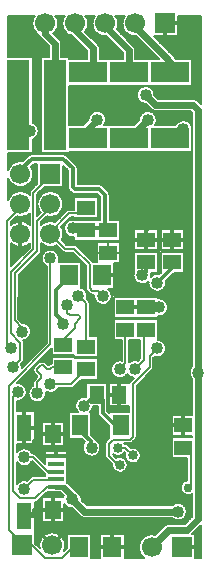
<source format=gbl>
G04 DipTrace Beta 2.3.5.2*
%INIoDriverRevC.gbl*%
%MOIN*%
%ADD13C,0.022*%
%ADD15C,0.0061*%
%ADD16C,0.0118*%
%ADD17C,0.013*%
%ADD18C,0.0157*%
%ADD19C,0.0079*%
%ADD21R,0.0591X0.0512*%
%ADD22R,0.0512X0.0591*%
%ADD23R,0.063X0.0709*%
%ADD25R,0.0551X0.0709*%
%ADD26R,0.0669X0.0669*%
%ADD27C,0.0669*%
%ADD31R,0.0748X0.2992*%
%ADD32R,0.126X0.0709*%
%ADD39R,0.0531X0.0157*%
%ADD40R,0.0551X0.063*%
%ADD41R,0.0512X0.0906*%
%ADD43C,0.04*%
%ADD45C,0.0295*%
%ADD47C,0.0335*%
%FSLAX44Y44*%
G04*
G70*
G90*
G75*
G01*
%LNBottom*%
%LPD*%
X8253Y18128D2*
D13*
X8878Y18753D1*
X8253Y20333D2*
Y21065D1*
X7457Y21861D1*
Y21961D1*
X4753Y7503D2*
D15*
X5065D1*
X5565Y7003D1*
X5803D1*
X5815Y7014D1*
X4753Y6440D2*
X5065Y6753D1*
X5809D1*
X5815Y6759D1*
X4628Y14940D2*
Y14565D1*
X4503Y14315D1*
X6878Y18128D2*
D13*
Y18441D1*
X7190Y18753D1*
X6878Y20333D2*
X7065D1*
Y21127D1*
X6457Y21736D1*
Y21961D1*
X5628Y16940D2*
D15*
Y16878D1*
X5065Y16315D1*
Y14440D1*
X4315Y13690D1*
Y11628D1*
X4628Y11315D1*
Y10753D1*
X4378Y10503D1*
X4628Y15940D2*
Y15815D1*
X4190Y15378D1*
Y11253D1*
X4315Y11128D1*
X10065Y7817D2*
X10315D1*
Y6489D1*
X10213D1*
X4940Y18378D2*
D13*
X4628D1*
Y19173D1*
X4565Y19236D1*
X5785D2*
Y21283D1*
X5457Y21611D1*
Y21961D1*
X8128Y11753D2*
D15*
Y10628D1*
X7937Y10437D1*
X8378Y7563D2*
X8126Y7815D1*
X7878D1*
X5628Y15940D2*
Y15815D1*
X5190Y15378D1*
Y14377D1*
X4440Y13627D1*
Y12065D1*
X4690Y11815D1*
Y11690D1*
X8815Y11753D2*
X8753D1*
Y10753D1*
X8440Y10440D1*
X6588Y4503D2*
X6378D1*
X6003Y4128D1*
X5440D1*
X5003Y4565D1*
X4690D1*
Y4628D1*
X4253Y5065D1*
Y9887D1*
X5628Y11262D1*
Y14127D1*
X6065Y11253D2*
X5878D1*
X6440Y11815D1*
Y11940D1*
X6628Y12128D1*
Y12190D1*
X6586Y12232D1*
X6273D1*
X6190Y12315D1*
Y12565D1*
X6815Y11190D2*
Y12628D1*
X6565Y12878D1*
X5878Y10565D2*
X5940Y10503D1*
Y10440D1*
X6003Y10378D1*
Y10315D1*
X6065Y10378D1*
Y10505D1*
X5190Y9628D2*
Y10003D1*
X5315Y10128D1*
Y10253D1*
X5190Y10378D1*
Y10440D1*
X5315Y10565D1*
X5378D1*
X5503Y10440D1*
X5628D1*
X5692Y10505D1*
X6065D1*
X6253Y13564D2*
D17*
Y13503D1*
X5815Y13065D1*
Y12253D1*
X6003Y12065D1*
X5940D1*
X6065Y11940D1*
X5815Y6503D2*
D18*
X5940D1*
X5815D2*
D15*
X5503D1*
X5128Y6128D1*
X4628D1*
X4378Y6378D1*
Y9516D1*
X4544Y9682D1*
X6347Y6095D2*
D13*
X6754Y5688D1*
X9884D1*
X6347Y6095D2*
X6323D1*
Y6245D1*
X6095Y6473D1*
D18*
X6075D1*
X6045Y6503D1*
X5815D1*
X6815Y15066D2*
D17*
Y15127D1*
X6378D1*
X8815Y14005D2*
Y13690D1*
X8690Y13565D1*
X7177Y9591D2*
Y9646D1*
X6752Y9221D1*
X9003Y4503D2*
D13*
X9565Y5065D1*
X10190D1*
X10565Y5440D1*
Y10317D1*
Y19066D1*
X10378Y19253D1*
X9128D1*
X8801Y19579D1*
X8128Y12501D2*
D17*
X8815D1*
D15*
X9253Y12503D1*
X4628Y16940D2*
D17*
Y17065D1*
X5003Y17440D1*
X6065D1*
X6378Y17128D1*
Y16503D1*
X6441Y16439D1*
X7253D1*
X7440Y16252D1*
Y15189D1*
X7379Y15128D1*
X6877D1*
X6815Y15066D1*
X7966Y8565D2*
X7782D1*
X7366Y8981D1*
Y9402D1*
X7177Y9591D1*
X7440Y15189D2*
X7565Y15064D1*
X10065Y18440D2*
D13*
X9939D1*
X9628Y18128D1*
Y20333D2*
Y20690D1*
X8457Y21861D1*
Y21961D1*
X9690Y14003D2*
D17*
Y13815D1*
X9190Y13315D1*
X7940Y7251D2*
D15*
X7878D1*
X7579Y7550D1*
Y7952D1*
X7714Y8087D1*
X8275D1*
X8378Y8190D1*
Y9940D1*
X8940Y10503D1*
Y10878D1*
X9190Y11128D1*
X6815Y15814D2*
Y15628D1*
X6254D1*
X5566Y14940D1*
X5628D1*
X6117Y14451D1*
X6429D1*
X6940Y13939D1*
Y13126D1*
X7017Y13049D1*
X7206D1*
X7378Y12878D1*
X5628Y9940D2*
X6313D1*
X6815Y10442D1*
X6628Y8565D2*
D17*
Y8389D1*
X6981Y8036D1*
Y7835D1*
X7000Y7816D1*
D43*
X8878Y18753D3*
X4753Y7503D3*
Y6440D3*
X4503Y14315D3*
X7190Y18753D3*
X4378Y10503D3*
X4315Y11128D3*
D45*
X10213Y6489D3*
D43*
X4940Y18378D3*
X7937Y10437D3*
D47*
X8378Y7563D3*
X7878Y7815D3*
D3*
D43*
X4690Y11690D3*
X8440Y10440D3*
X5628Y14127D3*
X6190Y12565D3*
X6565Y12878D3*
X5190Y9628D3*
X6065Y11940D3*
X4544Y9682D3*
X6347Y6095D3*
X9884Y5688D3*
X6347Y6095D3*
X6378Y15127D3*
X8690Y13565D3*
X6752Y9221D3*
X8801Y19579D3*
X9253Y12503D3*
X10565Y10317D3*
X10065Y18440D3*
X9190Y13315D3*
D47*
X7940Y7251D3*
D43*
X9190Y11128D3*
X7378Y12878D3*
X5628Y9940D3*
X7000Y7816D3*
X9440Y7003D3*
X8940D3*
Y6565D3*
X9440D3*
X8807Y5190D3*
X6503Y7938D3*
X8128Y15253D3*
X8878D3*
X5190Y7940D3*
X7440Y11190D3*
X7378Y11878D3*
X8065Y13190D3*
X7440Y10440D3*
X5190Y5626D3*
X4690Y7001D3*
X9008Y8103D3*
X7378Y16814D3*
X8690Y21002D3*
X7628D3*
X6628D3*
X4815Y21065D3*
D47*
X6977Y6997D3*
X4752Y12376D3*
X4227Y22162D2*
D15*
X5071D1*
X5843D2*
X6071D1*
X6843D2*
X7071D1*
X7842D2*
X8071D1*
X9892D2*
X10653D1*
X4227Y22102D2*
X5045D1*
X5868D2*
X6045D1*
X6868D2*
X7045D1*
X7868D2*
X8045D1*
X9892D2*
X10653D1*
X4227Y22042D2*
X5029D1*
X5885D2*
X6029D1*
X6885D2*
X7029D1*
X7885D2*
X8029D1*
X9892D2*
X10653D1*
X4227Y21982D2*
X5022D1*
X5892D2*
X6022D1*
X6891D2*
X7022D1*
X7891D2*
X8022D1*
X9892D2*
X10653D1*
X4227Y21921D2*
X5023D1*
X5891D2*
X6023D1*
X6890D2*
X7023D1*
X7890D2*
X8023D1*
X9892D2*
X10653D1*
X4227Y21861D2*
X5034D1*
X5880D2*
X6034D1*
X6880D2*
X7034D1*
X7880D2*
X8034D1*
X9892D2*
X10653D1*
X4227Y21801D2*
X5053D1*
X5861D2*
X6053D1*
X6861D2*
X7053D1*
X7861D2*
X8053D1*
X9892D2*
X10653D1*
X4227Y21741D2*
X5083D1*
X5831D2*
X6083D1*
X6831D2*
X7083D1*
X7872D2*
X8083D1*
X9892D2*
X10653D1*
X4227Y21681D2*
X5126D1*
X5788D2*
X6126D1*
X6807D2*
X7126D1*
X7933D2*
X8126D1*
X9892D2*
X10653D1*
X4227Y21621D2*
X5189D1*
X5743D2*
X6189D1*
X6867D2*
X7189D1*
X7992D2*
X8189D1*
X9892D2*
X10653D1*
X4227Y21561D2*
X5253D1*
X5803D2*
X6297D1*
X6927D2*
X7297D1*
X8053D2*
X8297D1*
X9892D2*
X10653D1*
X4227Y21501D2*
X5278D1*
X5863D2*
X6396D1*
X6987D2*
X7521D1*
X8112D2*
X8521D1*
X9113D2*
X10653D1*
X4227Y21441D2*
X5332D1*
X5923D2*
X6456D1*
X7048D2*
X7582D1*
X8173D2*
X8582D1*
X9173D2*
X10653D1*
X4227Y21380D2*
X5392D1*
X5971D2*
X6516D1*
X7107D2*
X7641D1*
X8233D2*
X8642D1*
X9233D2*
X10653D1*
X4227Y21320D2*
X5452D1*
X5992D2*
X6577D1*
X7168D2*
X7702D1*
X8293D2*
X8702D1*
X9292D2*
X10653D1*
X4227Y21260D2*
X5513D1*
X5996D2*
X6636D1*
X7227D2*
X7762D1*
X8353D2*
X8762D1*
X9353D2*
X10653D1*
X4227Y21200D2*
X5572D1*
X5996D2*
X6697D1*
X7263D2*
X7822D1*
X8413D2*
X8822D1*
X9413D2*
X10653D1*
X4227Y21140D2*
X5574D1*
X5996D2*
X6757D1*
X7275D2*
X7882D1*
X8449D2*
X8882D1*
X9473D2*
X10653D1*
X4227Y21080D2*
X5574D1*
X5996D2*
X6817D1*
X7276D2*
X7942D1*
X8462D2*
X8942D1*
X9533D2*
X10653D1*
X4227Y21020D2*
X5574D1*
X5996D2*
X6854D1*
X7276D2*
X8002D1*
X8463D2*
X9002D1*
X9594D2*
X10653D1*
X4227Y20960D2*
X5574D1*
X5996D2*
X6854D1*
X7276D2*
X8041D1*
X8463D2*
X9062D1*
X9653D2*
X10653D1*
X4227Y20900D2*
X5574D1*
X5996D2*
X6854D1*
X7276D2*
X8041D1*
X8463D2*
X9123D1*
X9714D2*
X10653D1*
X4227Y20840D2*
X5574D1*
X5996D2*
X6854D1*
X7276D2*
X8041D1*
X8463D2*
X9182D1*
X9774D2*
X10653D1*
X5039Y20779D2*
X5310D1*
X10358D2*
X10653D1*
X5039Y20719D2*
X5310D1*
X10358D2*
X10653D1*
X5039Y20659D2*
X5310D1*
X10358D2*
X10653D1*
X5039Y20599D2*
X5310D1*
X10358D2*
X10653D1*
X5039Y20539D2*
X5310D1*
X10358D2*
X10653D1*
X5039Y20479D2*
X5310D1*
X10358D2*
X10653D1*
X5039Y20419D2*
X5310D1*
X10358D2*
X10653D1*
X5039Y20359D2*
X5310D1*
X10358D2*
X10653D1*
X5039Y20299D2*
X5310D1*
X10358D2*
X10653D1*
X5039Y20238D2*
X5310D1*
X10358D2*
X10653D1*
X5039Y20178D2*
X5310D1*
X10358D2*
X10653D1*
X5039Y20118D2*
X5310D1*
X10358D2*
X10653D1*
X5039Y20058D2*
X5310D1*
X10358D2*
X10653D1*
X5039Y19998D2*
X5310D1*
X10358D2*
X10653D1*
X5039Y19938D2*
X5310D1*
X10358D2*
X10653D1*
X5039Y19878D2*
X5310D1*
X6260D2*
X10653D1*
X5039Y19818D2*
X5310D1*
X6260D2*
X8622D1*
X8981D2*
X10653D1*
X5039Y19758D2*
X5310D1*
X6260D2*
X8560D1*
X9042D2*
X10653D1*
X5039Y19698D2*
X5310D1*
X6260D2*
X8525D1*
X9078D2*
X10653D1*
X5039Y19637D2*
X5310D1*
X6260D2*
X8507D1*
X9096D2*
X10653D1*
X5039Y19577D2*
X5310D1*
X6260D2*
X8501D1*
X9102D2*
X10653D1*
X5039Y19517D2*
X5310D1*
X6260D2*
X8508D1*
X9159D2*
X10653D1*
X5039Y19457D2*
X5310D1*
X6260D2*
X8527D1*
X10400D2*
X10653D1*
X5039Y19397D2*
X5310D1*
X6260D2*
X8564D1*
X10529D2*
X10653D1*
X5039Y19337D2*
X5310D1*
X6260D2*
X8628D1*
X10589D2*
X10653D1*
X5039Y19277D2*
X5310D1*
X6260D2*
X8808D1*
X5039Y19217D2*
X5310D1*
X6260D2*
X8869D1*
X5039Y19157D2*
X5310D1*
X6260D2*
X8928D1*
X5039Y19096D2*
X5310D1*
X6260D2*
X8989D1*
X5039Y19036D2*
X5310D1*
X6260D2*
X7104D1*
X7276D2*
X8791D1*
X8964D2*
X10298D1*
X5039Y18976D2*
X5310D1*
X6260D2*
X6991D1*
X7389D2*
X8679D1*
X9076D2*
X10354D1*
X5039Y18916D2*
X5310D1*
X6260D2*
X6939D1*
X7441D2*
X8626D1*
X9128D2*
X10354D1*
X5039Y18856D2*
X5310D1*
X6260D2*
X6908D1*
X7472D2*
X8595D1*
X9159D2*
X10354D1*
X5039Y18796D2*
X5310D1*
X6260D2*
X6893D1*
X7487D2*
X8580D1*
X9175D2*
X10354D1*
X5039Y18736D2*
X5310D1*
X6260D2*
X6877D1*
X7490D2*
X8564D1*
X9177D2*
X10354D1*
X5039Y18676D2*
X5310D1*
X6260D2*
X6817D1*
X7481D2*
X8505D1*
X9168D2*
X9884D1*
X10247D2*
X10354D1*
X5120Y18616D2*
X5310D1*
X6260D2*
X6757D1*
X7457D2*
X8444D1*
X9144D2*
X9823D1*
X10308D2*
X10354D1*
X5181Y18556D2*
X5310D1*
X5216Y18495D2*
X5310D1*
X5235Y18435D2*
X5310D1*
X5241Y18375D2*
X5310D1*
X5234Y18315D2*
X5310D1*
X5214Y18255D2*
X5310D1*
X5178Y18195D2*
X5310D1*
X5113Y18135D2*
X5310D1*
X5039Y18075D2*
X5310D1*
X5039Y18015D2*
X5310D1*
X5039Y17955D2*
X5310D1*
X5039Y17894D2*
X5310D1*
X5039Y17834D2*
X5310D1*
X5039Y17774D2*
X5310D1*
X5039Y17714D2*
X5310D1*
X5039Y17654D2*
X5310D1*
X6260D2*
X10354D1*
X4227Y17594D2*
X4954D1*
X6113D2*
X10354D1*
X4227Y17534D2*
X4865D1*
X6203D2*
X10354D1*
X4227Y17474D2*
X4804D1*
X6263D2*
X10354D1*
X4227Y17414D2*
X4745D1*
X6323D2*
X10354D1*
X4227Y17353D2*
X4506D1*
X6384D2*
X10354D1*
X4227Y17293D2*
X4377D1*
X6443D2*
X10354D1*
X4227Y17233D2*
X4308D1*
X5027D2*
X5192D1*
X6503D2*
X10354D1*
X4227Y17173D2*
X4261D1*
X4994D2*
X5192D1*
X6063D2*
X6101D1*
X6536D2*
X10354D1*
X5027Y17113D2*
X5192D1*
X6063D2*
X6160D1*
X6543D2*
X10354D1*
X5048Y17053D2*
X5192D1*
X6063D2*
X6212D1*
X6543D2*
X10354D1*
X5060Y16993D2*
X5192D1*
X6063D2*
X6212D1*
X6543D2*
X10354D1*
X5062Y16933D2*
X5192D1*
X6063D2*
X6212D1*
X6543D2*
X10354D1*
X5058Y16873D2*
X5192D1*
X6063D2*
X6212D1*
X6543D2*
X10354D1*
X5043Y16813D2*
X5192D1*
X6063D2*
X6212D1*
X6543D2*
X10354D1*
X5019Y16752D2*
X5192D1*
X6063D2*
X6212D1*
X6543D2*
X10354D1*
X4227Y16692D2*
X4271D1*
X4984D2*
X5192D1*
X6063D2*
X6212D1*
X6543D2*
X10354D1*
X4227Y16632D2*
X4323D1*
X4933D2*
X5192D1*
X6063D2*
X6212D1*
X6543D2*
X10354D1*
X4227Y16572D2*
X4401D1*
X4854D2*
X5139D1*
X6063D2*
X6212D1*
X7347D2*
X10354D1*
X4227Y16512D2*
X4593D1*
X4662D2*
X5079D1*
X6063D2*
X6212D1*
X7412D2*
X10354D1*
X4227Y16452D2*
X5018D1*
X5385D2*
X6221D1*
X7472D2*
X10354D1*
X4227Y16392D2*
X4960D1*
X5325D2*
X6257D1*
X7532D2*
X10354D1*
X4227Y16332D2*
X4446D1*
X4809D2*
X4935D1*
X5265D2*
X5445D1*
X5809D2*
X6317D1*
X7584D2*
X10354D1*
X4227Y16272D2*
X4349D1*
X4906D2*
X4935D1*
X5204D2*
X5349D1*
X5906D2*
X7189D1*
X7604D2*
X10354D1*
X4227Y16211D2*
X4289D1*
X5197D2*
X5289D1*
X5966D2*
X7249D1*
X7605D2*
X10354D1*
X4227Y16151D2*
X4248D1*
X5197D2*
X5248D1*
X6008D2*
X6420D1*
X7211D2*
X7275D1*
X7605D2*
X10354D1*
X5197Y16091D2*
X5219D1*
X6035D2*
X6420D1*
X7211D2*
X7275D1*
X7605D2*
X10354D1*
X6053Y16031D2*
X6420D1*
X7211D2*
X7275D1*
X7605D2*
X10354D1*
X6061Y15971D2*
X6420D1*
X7211D2*
X7275D1*
X7605D2*
X10354D1*
X6062Y15911D2*
X6420D1*
X7211D2*
X7275D1*
X7605D2*
X10354D1*
X6054Y15851D2*
X6420D1*
X7211D2*
X7275D1*
X7605D2*
X10354D1*
X5197Y15791D2*
X5219D1*
X6036D2*
X6420D1*
X7211D2*
X7275D1*
X7605D2*
X10354D1*
X5197Y15731D2*
X5247D1*
X6009D2*
X6176D1*
X7211D2*
X7275D1*
X7605D2*
X10354D1*
X5197Y15671D2*
X5288D1*
X5967D2*
X6113D1*
X7211D2*
X7275D1*
X7605D2*
X10354D1*
X4909Y15610D2*
X4934D1*
X5197D2*
X5240D1*
X5909D2*
X6053D1*
X7211D2*
X7275D1*
X7605D2*
X10354D1*
X4813Y15550D2*
X4934D1*
X5813D2*
X5993D1*
X7211D2*
X7275D1*
X7605D2*
X10354D1*
X4486Y15490D2*
X4934D1*
X5486D2*
X5933D1*
X6299D2*
X6420D1*
X7211D2*
X7275D1*
X7605D2*
X10354D1*
X4426Y15430D2*
X4934D1*
X5426D2*
X5873D1*
X6239D2*
X7275D1*
X7605D2*
X10354D1*
X4366Y15370D2*
X4934D1*
X5366D2*
X5813D1*
X6179D2*
X6206D1*
X7961D2*
X10354D1*
X4322Y15310D2*
X4403D1*
X4851D2*
X4934D1*
X5321D2*
X5404D1*
X6119D2*
X6141D1*
X7961D2*
X10354D1*
X6058Y15250D2*
X6104D1*
X7961D2*
X10354D1*
X5999Y15190D2*
X6084D1*
X7961D2*
X10354D1*
X6019Y15130D2*
X6077D1*
X7961D2*
X10354D1*
X6043Y15069D2*
X6083D1*
X7961D2*
X8419D1*
X9211D2*
X9295D1*
X10086D2*
X10354D1*
X6058Y15009D2*
X6102D1*
X7961D2*
X8419D1*
X9211D2*
X9295D1*
X10086D2*
X10354D1*
X6062Y14949D2*
X6136D1*
X7961D2*
X8419D1*
X9211D2*
X9295D1*
X10086D2*
X10354D1*
X6059Y14889D2*
X6198D1*
X7961D2*
X8419D1*
X9211D2*
X9295D1*
X10086D2*
X10354D1*
X6048Y14829D2*
X6420D1*
X7961D2*
X8419D1*
X9211D2*
X9295D1*
X10086D2*
X10354D1*
X6027Y14769D2*
X6420D1*
X7961D2*
X8419D1*
X9211D2*
X9295D1*
X10086D2*
X10354D1*
X6042Y14709D2*
X8419D1*
X9211D2*
X9295D1*
X10086D2*
X10354D1*
X6103Y14649D2*
X7169D1*
X7961D2*
X8419D1*
X9211D2*
X9295D1*
X10086D2*
X10354D1*
X4322Y14589D2*
X4375D1*
X4880D2*
X4934D1*
X5321D2*
X5375D1*
X6162D2*
X7169D1*
X7961D2*
X8419D1*
X9211D2*
X9295D1*
X10086D2*
X10354D1*
X4322Y14529D2*
X4500D1*
X4755D2*
X4934D1*
X5321D2*
X5500D1*
X5755D2*
X5856D1*
X6534D2*
X7169D1*
X7961D2*
X8419D1*
X9211D2*
X9295D1*
X10086D2*
X10354D1*
X4322Y14468D2*
X4910D1*
X5321D2*
X5917D1*
X6594D2*
X7169D1*
X7961D2*
X8419D1*
X9211D2*
X9295D1*
X10086D2*
X10354D1*
X4322Y14408D2*
X4850D1*
X5321D2*
X5536D1*
X5720D2*
X5976D1*
X6654D2*
X7169D1*
X7961D2*
X8419D1*
X9211D2*
X9295D1*
X10086D2*
X10354D1*
X4322Y14348D2*
X4790D1*
X5319D2*
X5427D1*
X5827D2*
X6039D1*
X6714D2*
X7169D1*
X7961D2*
X8419D1*
X9211D2*
X9295D1*
X10086D2*
X10354D1*
X4322Y14288D2*
X4730D1*
X5285D2*
X5375D1*
X5880D2*
X6408D1*
X6774D2*
X7169D1*
X7961D2*
X8419D1*
X9211D2*
X9295D1*
X10086D2*
X10354D1*
X4322Y14228D2*
X4670D1*
X5225D2*
X5345D1*
X5910D2*
X6468D1*
X6835D2*
X7169D1*
X7961D2*
X8419D1*
X9211D2*
X9295D1*
X10086D2*
X10354D1*
X4322Y14168D2*
X4610D1*
X5164D2*
X5330D1*
X5925D2*
X6528D1*
X6894D2*
X7169D1*
X7961D2*
X8419D1*
X9211D2*
X9295D1*
X10086D2*
X10354D1*
X4322Y14108D2*
X4549D1*
X5105D2*
X5327D1*
X5928D2*
X6588D1*
X6955D2*
X7169D1*
X7961D2*
X8419D1*
X9211D2*
X9295D1*
X10086D2*
X10354D1*
X4322Y14048D2*
X4490D1*
X5044D2*
X5338D1*
X5917D2*
X6649D1*
X7014D2*
X7169D1*
X7961D2*
X8419D1*
X9211D2*
X9295D1*
X10086D2*
X10354D1*
X4322Y13988D2*
X4429D1*
X4984D2*
X5362D1*
X6668D2*
X6708D1*
X7961D2*
X8419D1*
X9211D2*
X9295D1*
X10086D2*
X10354D1*
X4322Y13927D2*
X4370D1*
X4924D2*
X5404D1*
X6668D2*
X6769D1*
X7770D2*
X8419D1*
X9211D2*
X9295D1*
X10086D2*
X10354D1*
X4864Y13867D2*
X5482D1*
X6668D2*
X6809D1*
X7770D2*
X8419D1*
X9211D2*
X9295D1*
X10086D2*
X10354D1*
X4804Y13807D2*
X5496D1*
X6668D2*
X6809D1*
X7770D2*
X8419D1*
X9211D2*
X9295D1*
X10086D2*
X10354D1*
X4744Y13747D2*
X5496D1*
X6668D2*
X6809D1*
X7770D2*
X8419D1*
X9211D2*
X9295D1*
X10086D2*
X10354D1*
X4683Y13687D2*
X5496D1*
X6668D2*
X6809D1*
X7770D2*
X8416D1*
X9211D2*
X9295D1*
X10086D2*
X10354D1*
X4624Y13627D2*
X5496D1*
X6668D2*
X6809D1*
X7770D2*
X8396D1*
X8984D2*
X9271D1*
X9734D2*
X10354D1*
X4571Y13567D2*
X5496D1*
X6668D2*
X6809D1*
X7770D2*
X8390D1*
X8991D2*
X9032D1*
X9673D2*
X10354D1*
X4571Y13507D2*
X5496D1*
X6668D2*
X6809D1*
X7770D2*
X8395D1*
X9613D2*
X10354D1*
X4571Y13447D2*
X5496D1*
X6668D2*
X6809D1*
X7770D2*
X8415D1*
X9554D2*
X10354D1*
X4571Y13387D2*
X5496D1*
X6668D2*
X6809D1*
X7770D2*
X8450D1*
X9493D2*
X10354D1*
X4571Y13326D2*
X5496D1*
X6668D2*
X6809D1*
X7770D2*
X8512D1*
X8868D2*
X8889D1*
X9490D2*
X10354D1*
X4571Y13266D2*
X5496D1*
X6668D2*
X6809D1*
X7770D2*
X8893D1*
X9486D2*
X10354D1*
X4571Y13206D2*
X5496D1*
X6668D2*
X6809D1*
X7770D2*
X8911D1*
X9470D2*
X10354D1*
X4571Y13146D2*
X5496D1*
X6692D2*
X6809D1*
X7770D2*
X8943D1*
X9437D2*
X10354D1*
X4571Y13086D2*
X5496D1*
X6779D2*
X6815D1*
X7592D2*
X8999D1*
X9381D2*
X10354D1*
X4571Y13026D2*
X5496D1*
X6825D2*
X6858D1*
X7638D2*
X9129D1*
X9251D2*
X10354D1*
X4571Y12966D2*
X5496D1*
X6852D2*
X6918D1*
X7665D2*
X10354D1*
X4571Y12906D2*
X5496D1*
X6865D2*
X7079D1*
X7676D2*
X10354D1*
X4571Y12846D2*
X5496D1*
X6864D2*
X7079D1*
X7676D2*
X7731D1*
X9211D2*
X10354D1*
X4571Y12785D2*
X5496D1*
X6851D2*
X7092D1*
X7663D2*
X7731D1*
X9340D2*
X10354D1*
X4571Y12725D2*
X5496D1*
X6901D2*
X7119D1*
X7636D2*
X7731D1*
X9452D2*
X10354D1*
X4571Y12665D2*
X5496D1*
X6940D2*
X7168D1*
X7588D2*
X7731D1*
X9505D2*
X10354D1*
X4571Y12605D2*
X5496D1*
X6946D2*
X7260D1*
X7495D2*
X7731D1*
X9535D2*
X10354D1*
X4571Y12545D2*
X5496D1*
X6946D2*
X7731D1*
X9551D2*
X10354D1*
X4571Y12485D2*
X5496D1*
X6946D2*
X7731D1*
X9553D2*
X10354D1*
X4571Y12425D2*
X5496D1*
X6946D2*
X7731D1*
X9543D2*
X10354D1*
X4571Y12365D2*
X5496D1*
X6946D2*
X7731D1*
X9519D2*
X10354D1*
X4571Y12305D2*
X5496D1*
X6946D2*
X7731D1*
X9477D2*
X10354D1*
X4571Y12245D2*
X5496D1*
X6946D2*
X7731D1*
X9400D2*
X10354D1*
X4571Y12184D2*
X5496D1*
X6946D2*
X7731D1*
X9211D2*
X10354D1*
X4571Y12124D2*
X5496D1*
X6946D2*
X10354D1*
X4624Y12064D2*
X5496D1*
X6946D2*
X7731D1*
X9211D2*
X10354D1*
X4684Y12004D2*
X5496D1*
X6946D2*
X7731D1*
X9211D2*
X10354D1*
X4845Y11944D2*
X5496D1*
X6946D2*
X7731D1*
X9211D2*
X10354D1*
X4918Y11884D2*
X5496D1*
X6946D2*
X7731D1*
X9211D2*
X10354D1*
X4959Y11824D2*
X5496D1*
X6946D2*
X7731D1*
X9211D2*
X10354D1*
X4982Y11764D2*
X5496D1*
X6946D2*
X7731D1*
X9211D2*
X10354D1*
X4990Y11704D2*
X5496D1*
X6946D2*
X7731D1*
X9211D2*
X10354D1*
X4987Y11643D2*
X5496D1*
X6946D2*
X7731D1*
X9211D2*
X10354D1*
X4970Y11583D2*
X5496D1*
X6946D2*
X7731D1*
X9211D2*
X10354D1*
X4939Y11523D2*
X5496D1*
X7211D2*
X7731D1*
X9211D2*
X10354D1*
X4884Y11463D2*
X5496D1*
X7211D2*
X7731D1*
X9211D2*
X10354D1*
X4762Y11403D2*
X5496D1*
X7211D2*
X7731D1*
X9300D2*
X10354D1*
X4756Y11343D2*
X5496D1*
X7211D2*
X7996D1*
X8259D2*
X8621D1*
X9397D2*
X10354D1*
X4759Y11283D2*
X5466D1*
X7211D2*
X7996D1*
X8259D2*
X8621D1*
X9447D2*
X10354D1*
X4759Y11223D2*
X5405D1*
X7211D2*
X7996D1*
X8259D2*
X8621D1*
X9475D2*
X10354D1*
X4759Y11163D2*
X5345D1*
X7211D2*
X7996D1*
X8259D2*
X8621D1*
X9488D2*
X10354D1*
X4759Y11103D2*
X5285D1*
X7211D2*
X7996D1*
X8259D2*
X8621D1*
X9489D2*
X10354D1*
X4759Y11042D2*
X5225D1*
X5591D2*
X5669D1*
X7211D2*
X7996D1*
X8259D2*
X8621D1*
X9478D2*
X10354D1*
X4759Y10982D2*
X5165D1*
X5531D2*
X5669D1*
X7211D2*
X7996D1*
X8259D2*
X8621D1*
X9453D2*
X10354D1*
X4759Y10922D2*
X5105D1*
X5471D2*
X5669D1*
X7211D2*
X7996D1*
X8259D2*
X8621D1*
X9408D2*
X10354D1*
X4759Y10862D2*
X5044D1*
X5411D2*
X6420D1*
X7211D2*
X7996D1*
X8259D2*
X8621D1*
X9323D2*
X10354D1*
X4759Y10802D2*
X4985D1*
X5351D2*
X5669D1*
X6461D2*
X7996D1*
X8259D2*
X8619D1*
X9072D2*
X10354D1*
X4758Y10742D2*
X4924D1*
X5291D2*
X5669D1*
X7211D2*
X7996D1*
X8259D2*
X8559D1*
X9072D2*
X10354D1*
X4737Y10682D2*
X4864D1*
X5230D2*
X5264D1*
X5429D2*
X5669D1*
X7211D2*
X7768D1*
X9072D2*
X10354D1*
X4679Y10622D2*
X4804D1*
X5504D2*
X5641D1*
X7211D2*
X7702D1*
X9072D2*
X10354D1*
X4673Y10562D2*
X4744D1*
X7211D2*
X7664D1*
X9072D2*
X10354D1*
X5050Y10501D2*
X5075D1*
X7211D2*
X7643D1*
X9072D2*
X10329D1*
X4990Y10441D2*
X5059D1*
X7211D2*
X7636D1*
X9055D2*
X10292D1*
X4930Y10381D2*
X5059D1*
X7211D2*
X7641D1*
X9002D2*
X10272D1*
X4869Y10321D2*
X5072D1*
X7211D2*
X7659D1*
X8942D2*
X10265D1*
X4810Y10261D2*
X5124D1*
X7211D2*
X7694D1*
X8179D2*
X8200D1*
X8882D2*
X10270D1*
X4750Y10201D2*
X5183D1*
X7211D2*
X7754D1*
X8119D2*
X8262D1*
X8821D2*
X10289D1*
X4690Y10141D2*
X5145D1*
X7211D2*
X8395D1*
X8762D2*
X10323D1*
X4630Y10081D2*
X5087D1*
X6637D2*
X8335D1*
X8701D2*
X10354D1*
X4569Y10021D2*
X5060D1*
X6577D2*
X8275D1*
X8641D2*
X10354D1*
X4645Y9961D2*
X5059D1*
X6516D2*
X6821D1*
X7533D2*
X7569D1*
X8581D2*
X10354D1*
X4747Y9900D2*
X5059D1*
X6457D2*
X6821D1*
X7533D2*
X7569D1*
X8521D2*
X10354D1*
X4798Y9840D2*
X4980D1*
X6394D2*
X6821D1*
X7533D2*
X7569D1*
X8509D2*
X10354D1*
X4827Y9780D2*
X4932D1*
X5881D2*
X6821D1*
X7533D2*
X7569D1*
X8509D2*
X10354D1*
X4842Y9720D2*
X4904D1*
X5829D2*
X6821D1*
X7533D2*
X7569D1*
X8509D2*
X10354D1*
X4844Y9660D2*
X4892D1*
X5489D2*
X5531D1*
X5725D2*
X6821D1*
X7533D2*
X7569D1*
X8509D2*
X10354D1*
X4832Y9600D2*
X4891D1*
X5489D2*
X6821D1*
X7533D2*
X7569D1*
X8509D2*
X10354D1*
X4808Y9540D2*
X4903D1*
X5477D2*
X6821D1*
X7533D2*
X7569D1*
X8509D2*
X10354D1*
X4764Y9480D2*
X4929D1*
X5451D2*
X6605D1*
X7533D2*
X7569D1*
X8509D2*
X10354D1*
X4683Y9420D2*
X4975D1*
X5405D2*
X6529D1*
X7533D2*
X7569D1*
X8509D2*
X10354D1*
X4509Y9359D2*
X5063D1*
X5318D2*
X6486D1*
X7533D2*
X7569D1*
X8509D2*
X10354D1*
X4509Y9299D2*
X6462D1*
X7533D2*
X7569D1*
X8509D2*
X10354D1*
X4509Y9239D2*
X6452D1*
X7533D2*
X7569D1*
X8509D2*
X10354D1*
X4509Y9179D2*
X6455D1*
X7050D2*
X7201D1*
X7532D2*
X8247D1*
X8509D2*
X10354D1*
X4509Y9119D2*
X6469D1*
X7034D2*
X7201D1*
X7532D2*
X8247D1*
X8509D2*
X10354D1*
X4509Y9059D2*
X6500D1*
X7004D2*
X7201D1*
X7532D2*
X8247D1*
X8509D2*
X10354D1*
X5118Y8999D2*
X6252D1*
X7004D2*
X7201D1*
X8509D2*
X10354D1*
X5118Y8939D2*
X6252D1*
X7004D2*
X7206D1*
X8509D2*
X10354D1*
X5118Y8879D2*
X6252D1*
X7004D2*
X7238D1*
X8509D2*
X9669D1*
X5118Y8819D2*
X6252D1*
X7004D2*
X7298D1*
X8509D2*
X9669D1*
X5118Y8758D2*
X6252D1*
X7004D2*
X7357D1*
X8509D2*
X9669D1*
X5118Y8698D2*
X6252D1*
X7004D2*
X7418D1*
X8509D2*
X9669D1*
X5118Y8638D2*
X5350D1*
X6103D2*
X6252D1*
X7004D2*
X7478D1*
X8509D2*
X9669D1*
X5118Y8578D2*
X5350D1*
X6103D2*
X6252D1*
X7004D2*
X7537D1*
X8509D2*
X9669D1*
X5118Y8518D2*
X5350D1*
X6103D2*
X6252D1*
X7004D2*
X7590D1*
X8509D2*
X9669D1*
X5118Y8458D2*
X5350D1*
X6103D2*
X6252D1*
X7004D2*
X7590D1*
X8509D2*
X9669D1*
X5118Y8398D2*
X5350D1*
X6103D2*
X6252D1*
X7004D2*
X7590D1*
X8509D2*
X9669D1*
X5118Y8338D2*
X5350D1*
X6103D2*
X6252D1*
X7004D2*
X7590D1*
X8509D2*
X9669D1*
X5118Y8278D2*
X5350D1*
X6103D2*
X6252D1*
X7004D2*
X7590D1*
X8509D2*
X9669D1*
X5118Y8217D2*
X5350D1*
X6103D2*
X6252D1*
X7031D2*
X7590D1*
X8509D2*
X9669D1*
X5118Y8157D2*
X5350D1*
X6103D2*
X6252D1*
X7091D2*
X7590D1*
X8505D2*
X9669D1*
X5118Y8097D2*
X5350D1*
X6103D2*
X6688D1*
X7134D2*
X7541D1*
X8468D2*
X9669D1*
X5118Y8037D2*
X5350D1*
X6103D2*
X6748D1*
X7200D2*
X7481D1*
X8408D2*
X9669D1*
X5118Y7977D2*
X5350D1*
X6103D2*
X6748D1*
X7252D2*
X7450D1*
X8341D2*
X9669D1*
X4509Y7917D2*
X5350D1*
X6103D2*
X6718D1*
X7283D2*
X7447D1*
X8205D2*
X9669D1*
X4509Y7857D2*
X6703D1*
X7298D2*
X7447D1*
X8268D2*
X9669D1*
X4509Y7797D2*
X4732D1*
X4774D2*
X6701D1*
X7300D2*
X7447D1*
X8503D2*
X9669D1*
X4509Y7737D2*
X4567D1*
X4938D2*
X6710D1*
X7290D2*
X7447D1*
X8580D2*
X9669D1*
X4996Y7677D2*
X5448D1*
X6181D2*
X6734D1*
X7266D2*
X7447D1*
X8620D2*
X9669D1*
X5124Y7616D2*
X5448D1*
X6181D2*
X6777D1*
X7224D2*
X7447D1*
X8055D2*
X8115D1*
X8640D2*
X9669D1*
X5195Y7556D2*
X5448D1*
X6181D2*
X6854D1*
X7146D2*
X7447D1*
X7755D2*
X7832D1*
X7923D2*
X8110D1*
X8646D2*
X9669D1*
X5254Y7496D2*
X5448D1*
X6181D2*
X7460D1*
X7816D2*
X7843D1*
X8037D2*
X8119D1*
X8637D2*
X9669D1*
X5315Y7436D2*
X5448D1*
X6181D2*
X7510D1*
X8613D2*
X10184D1*
X5375Y7376D2*
X5448D1*
X6181D2*
X7569D1*
X8567D2*
X10184D1*
X4987Y7316D2*
X5068D1*
X6181D2*
X7630D1*
X8200D2*
X8286D1*
X8469D2*
X10184D1*
X4509Y7256D2*
X4586D1*
X4919D2*
X5129D1*
X6181D2*
X7673D1*
X8208D2*
X10184D1*
X4509Y7196D2*
X5189D1*
X6181D2*
X7679D1*
X8202D2*
X10184D1*
X4509Y7136D2*
X5249D1*
X6181D2*
X7699D1*
X8181D2*
X10184D1*
X4509Y7075D2*
X5309D1*
X6181D2*
X7740D1*
X8141D2*
X10184D1*
X4509Y7015D2*
X5370D1*
X6181D2*
X7820D1*
X8060D2*
X10184D1*
X4509Y6955D2*
X5429D1*
X6181D2*
X10184D1*
X4509Y6895D2*
X5448D1*
X6181D2*
X10184D1*
X4509Y6835D2*
X4965D1*
X6181D2*
X10184D1*
X4509Y6775D2*
X4904D1*
X6181D2*
X10184D1*
X4509Y6715D2*
X4640D1*
X6181D2*
X10120D1*
X4509Y6655D2*
X4545D1*
X6195D2*
X10031D1*
X6269Y6595D2*
X9988D1*
X6329Y6535D2*
X9969D1*
X6389Y6474D2*
X9965D1*
X6449Y6414D2*
X9976D1*
X6510Y6354D2*
X10006D1*
X5477Y6294D2*
X5978D1*
X6570D2*
X10063D1*
X5417Y6234D2*
X6039D1*
X6629D2*
X10354D1*
X5357Y6174D2*
X6057D1*
X6668D2*
X10354D1*
X5297Y6114D2*
X5350D1*
X6682D2*
X10354D1*
X5237Y6054D2*
X5350D1*
X6684D2*
X10354D1*
X5118Y5994D2*
X5350D1*
X6744D2*
X10354D1*
X5118Y5934D2*
X5350D1*
X6804D2*
X9715D1*
X10053D2*
X10354D1*
X5118Y5873D2*
X5350D1*
X6103D2*
X6147D1*
X10119D2*
X10354D1*
X5118Y5813D2*
X5350D1*
X6103D2*
X6255D1*
X10156D2*
X10354D1*
X5118Y5753D2*
X5350D1*
X6103D2*
X6393D1*
X10177D2*
X10354D1*
X5118Y5693D2*
X5350D1*
X6103D2*
X6453D1*
X10184D2*
X10354D1*
X5118Y5633D2*
X5350D1*
X6103D2*
X6514D1*
X10179D2*
X10354D1*
X5118Y5573D2*
X5350D1*
X6103D2*
X6573D1*
X10161D2*
X10354D1*
X5118Y5513D2*
X5350D1*
X6103D2*
X6642D1*
X10126D2*
X10343D1*
X5118Y5453D2*
X5350D1*
X6103D2*
X9701D1*
X10066D2*
X10282D1*
X5118Y5393D2*
X5350D1*
X6103D2*
X10222D1*
X5118Y5332D2*
X10162D1*
X5118Y5272D2*
X10102D1*
X5118Y5212D2*
X9416D1*
X10633D2*
X10654D1*
X5118Y5152D2*
X9357D1*
X10573D2*
X10653D1*
X5118Y5092D2*
X9297D1*
X10512D2*
X10653D1*
X5118Y5032D2*
X9236D1*
X10453D2*
X10653D1*
X5126Y4972D2*
X5547D1*
X5833D2*
X9177D1*
X10392D2*
X10653D1*
X5126Y4912D2*
X5431D1*
X5949D2*
X6172D1*
X7004D2*
X7275D1*
X8105D2*
X8867D1*
X10438D2*
X10653D1*
X5126Y4852D2*
X5365D1*
X6015D2*
X6172D1*
X7004D2*
X7275D1*
X8105D2*
X8747D1*
X10438D2*
X10653D1*
X5126Y4792D2*
X5320D1*
X6060D2*
X6172D1*
X7004D2*
X7275D1*
X8105D2*
X8679D1*
X10438D2*
X10653D1*
X5126Y4731D2*
X5288D1*
X6092D2*
X6172D1*
X7004D2*
X7275D1*
X8105D2*
X8633D1*
X10438D2*
X10653D1*
X5126Y4671D2*
X5268D1*
X6112D2*
X6172D1*
X7004D2*
X7275D1*
X8105D2*
X8602D1*
X10438D2*
X10653D1*
X5140Y4611D2*
X5257D1*
X6123D2*
X6172D1*
X7004D2*
X7275D1*
X8105D2*
X8582D1*
X10438D2*
X10653D1*
X5200Y4551D2*
X5255D1*
X6125D2*
X6172D1*
X7004D2*
X7275D1*
X8105D2*
X8570D1*
X10438D2*
X10653D1*
X6119Y4491D2*
X6172D1*
X7004D2*
X7275D1*
X8105D2*
X8567D1*
X10438D2*
X10653D1*
X6104Y4431D2*
X6123D1*
X7004D2*
X7275D1*
X8105D2*
X8574D1*
X10438D2*
X10653D1*
X7004Y4371D2*
X7275D1*
X8105D2*
X8588D1*
X10438D2*
X10653D1*
X7004Y4311D2*
X7275D1*
X8105D2*
X8612D1*
X10438D2*
X10653D1*
X7004Y4251D2*
X7275D1*
X8105D2*
X8650D1*
X10438D2*
X10653D1*
X7004Y4190D2*
X7275D1*
X8105D2*
X8703D1*
X10438D2*
X10653D1*
X7205Y15415D2*
X7280D1*
X7281Y15711D1*
Y16186D1*
X7187Y16279D1*
X6441Y16280D1*
X6410Y16283D1*
X6381Y16291D1*
X6354Y16306D1*
X6328Y16327D1*
X6265Y16390D1*
X6245Y16414D1*
X6231Y16440D1*
X6222Y16470D1*
X6218Y16503D1*
Y17062D1*
X6057Y17223D1*
Y16511D1*
X5438D1*
X5190Y16263D1*
Y15554D1*
X5299Y15664D1*
X5265Y15710D1*
X5236Y15764D1*
X5215Y15822D1*
X5202Y15882D1*
X5198Y15943D1*
X5203Y16004D1*
X5217Y16064D1*
X5239Y16121D1*
X5268Y16175D1*
X5305Y16224D1*
X5349Y16267D1*
X5399Y16303D1*
X5453Y16332D1*
X5510Y16353D1*
X5570Y16366D1*
X5632Y16369D1*
X5693Y16364D1*
X5753Y16351D1*
X5810Y16329D1*
X5864Y16299D1*
X5912Y16261D1*
X5955Y16218D1*
X5991Y16168D1*
X6020Y16114D1*
X6041Y16056D1*
X6053Y15996D1*
X6057Y15940D1*
X6052Y15879D1*
X6039Y15819D1*
X6018Y15762D1*
X5988Y15708D1*
X5952Y15659D1*
X5908Y15615D1*
X5859Y15579D1*
X5805Y15549D1*
X5748Y15528D1*
X5688Y15515D1*
X5626Y15511D1*
X5565Y15516D1*
X5515Y15526D1*
X5315Y15326D1*
Y15235D1*
X5349Y15267D1*
X5399Y15303D1*
X5453Y15332D1*
X5510Y15353D1*
X5570Y15366D1*
X5632Y15369D1*
X5693Y15364D1*
X5753Y15351D1*
X5788Y15338D1*
X5955Y15506D1*
X6165Y15716D1*
X6189Y15735D1*
X6217Y15748D1*
X6254Y15753D1*
X6425D1*
Y16165D1*
X7205D1*
Y15464D1*
X6425D1*
Y15503D1*
X6306Y15502D1*
X5983Y15180D1*
X6007Y15141D1*
X6032Y15085D1*
X6048Y15026D1*
X6056Y14965D1*
Y14909D1*
X6047Y14849D1*
X6030Y14790D1*
X6006Y14738D1*
X6169Y14576D1*
X6429D1*
X6459Y14572D1*
X6488Y14561D1*
X6517Y14539D1*
X7037Y14018D1*
X7044Y14013D1*
X7176D1*
X7175Y14667D1*
X7955D1*
Y13966D1*
X7765D1*
Y13115D1*
X7552D1*
X7592Y13080D1*
X7611Y13057D1*
X7629Y13032D1*
X7643Y13005D1*
X7655Y12976D1*
X7664Y12947D1*
X7670Y12917D1*
X7672Y12878D1*
X7671Y12847D1*
X7666Y12817D1*
X7658Y12787D1*
X7647Y12758D1*
X7633Y12731D1*
X7616Y12705D1*
X7597Y12681D1*
X7576Y12660D1*
X7552Y12640D1*
X7526Y12623D1*
X7499Y12609D1*
X7470Y12598D1*
X7441Y12590D1*
X7410Y12585D1*
X7380Y12583D1*
X7349Y12584D1*
X7319Y12589D1*
X7289Y12597D1*
X7260Y12607D1*
X7233Y12621D1*
X7207Y12638D1*
X7183Y12657D1*
X7161Y12678D1*
X7141Y12702D1*
X7124Y12727D1*
X7110Y12755D1*
X7099Y12783D1*
X7090Y12813D1*
X7085Y12843D1*
X7083Y12873D1*
X7087Y12924D1*
X7017D1*
X6987Y12928D1*
X6958Y12939D1*
X6929Y12961D1*
X6852Y13038D1*
X6833Y13062D1*
X6820Y13090D1*
X6815Y13126D1*
Y13887D1*
X6377Y14325D1*
X6117D1*
X6087Y14329D1*
X6058Y14340D1*
X6029Y14362D1*
X5830Y14561D1*
X5777Y14538D1*
X5718Y14520D1*
X5657Y14512D1*
X5596D1*
X5535Y14521D1*
X5476Y14539D1*
X5420Y14564D1*
X5369Y14598D1*
X5323Y14638D1*
X5316Y14646D1*
X5315Y14377D1*
X5312Y14346D1*
X5301Y14318D1*
X5279Y14288D1*
X4566Y13575D1*
X4565Y12117D1*
X4697Y11985D1*
X4745Y11980D1*
X4775Y11972D1*
X4804Y11962D1*
X4831Y11949D1*
X4857Y11933D1*
X4882Y11914D1*
X4904Y11893D1*
X4924Y11869D1*
X4941Y11844D1*
X4956Y11817D1*
X4968Y11789D1*
X4977Y11759D1*
X4982Y11729D1*
X4985Y11690D1*
X4983Y11660D1*
X4978Y11629D1*
X4970Y11600D1*
X4960Y11571D1*
X4946Y11543D1*
X4929Y11518D1*
X4910Y11494D1*
X4888Y11472D1*
X4864Y11453D1*
X4839Y11436D1*
X4811Y11422D1*
X4783Y11411D1*
X4753Y11402D1*
X4722Y11397D1*
X4741Y11369D1*
X4750Y11340D1*
X4753Y11284D1*
Y10753D1*
X4749Y10722D1*
X4738Y10694D1*
X4716Y10664D1*
X4655Y10601D1*
X4664Y10572D1*
X4670Y10542D1*
X4672Y10503D1*
X4671Y10483D1*
X5503Y11314D1*
X5502Y11569D1*
Y13860D1*
X5457Y13887D1*
X5433Y13906D1*
X5411Y13927D1*
X5391Y13951D1*
X5374Y13976D1*
X5360Y14003D1*
X5349Y14032D1*
X5340Y14062D1*
X5335Y14092D1*
X5333Y14122D1*
X5334Y14153D1*
X5338Y14183D1*
X5346Y14213D1*
X5357Y14242D1*
X5370Y14270D1*
X5386Y14296D1*
X5405Y14320D1*
X5426Y14342D1*
X5450Y14362D1*
X5475Y14379D1*
X5502Y14393D1*
X5531Y14405D1*
X5560Y14413D1*
X5591Y14419D1*
X5621Y14421D1*
X5652Y14420D1*
X5682Y14416D1*
X5712Y14409D1*
X5741Y14398D1*
X5769Y14385D1*
X5795Y14369D1*
X5819Y14350D1*
X5841Y14329D1*
X5861Y14306D1*
X5879Y14281D1*
X5893Y14254D1*
X5905Y14225D1*
X5914Y14196D1*
X5920Y14166D1*
X5922Y14127D1*
X5921Y14096D1*
X5916Y14066D1*
X5899Y14014D1*
X6150Y14013D1*
X6662D1*
Y13156D1*
X6706Y13136D1*
X6732Y13120D1*
X6757Y13101D1*
X6779Y13080D1*
X6799Y13057D1*
X6816Y13032D1*
X6831Y13005D1*
X6843Y12976D1*
X6852Y12947D1*
X6857Y12917D1*
X6860Y12878D1*
X6858Y12847D1*
X6853Y12817D1*
X6842Y12777D1*
X6904Y12716D1*
X6923Y12692D1*
X6935Y12664D1*
X6940Y12628D1*
Y11540D1*
X7205Y11541D1*
Y10840D1*
X6456D1*
Y10793D1*
X7205D1*
Y10092D1*
X6642D1*
X6402Y9852D1*
X6378Y9833D1*
X6350Y9820D1*
X6313Y9815D1*
X5894D1*
X5866Y9768D1*
X5847Y9744D1*
X5826Y9722D1*
X5802Y9703D1*
X5776Y9686D1*
X5749Y9672D1*
X5720Y9661D1*
X5691Y9652D1*
X5660Y9647D1*
X5630Y9646D1*
X5599Y9647D1*
X5569Y9652D1*
X5539Y9659D1*
X5510Y9670D1*
X5479Y9686D1*
X5485Y9636D1*
X5483Y9597D1*
X5478Y9567D1*
X5470Y9537D1*
X5460Y9508D1*
X5446Y9481D1*
X5429Y9455D1*
X5410Y9431D1*
X5388Y9410D1*
X5364Y9390D1*
X5339Y9373D1*
X5311Y9359D1*
X5283Y9348D1*
X5253Y9340D1*
X5223Y9335D1*
X5192Y9333D1*
X5162Y9334D1*
X5131Y9339D1*
X5102Y9347D1*
X5073Y9357D1*
X5045Y9371D1*
X5019Y9388D1*
X4995Y9407D1*
X4973Y9428D1*
X4954Y9452D1*
X4937Y9477D1*
X4923Y9505D1*
X4911Y9533D1*
X4903Y9563D1*
X4898Y9593D1*
X4896Y9623D1*
X4897Y9654D1*
X4901Y9685D1*
X4909Y9714D1*
X4919Y9743D1*
X4933Y9771D1*
X4949Y9797D1*
X4968Y9821D1*
X4989Y9843D1*
X5013Y9863D1*
X5038Y9880D1*
X5064Y9894D1*
X5065Y10003D1*
X5069Y10033D1*
X5080Y10062D1*
X5102Y10091D1*
X5190Y10180D1*
Y10202D1*
X5102Y10289D1*
X5083Y10313D1*
X5070Y10341D1*
X5065Y10378D1*
Y10440D1*
X5069Y10471D1*
X5080Y10499D1*
X5102Y10529D1*
X5227Y10654D1*
X5251Y10673D1*
X5279Y10685D1*
X5315Y10690D1*
X5378D1*
X5408Y10687D1*
X5437Y10676D1*
X5466Y10654D1*
X5555Y10565D1*
X5577D1*
X5604Y10593D1*
X5628Y10612D1*
X5667Y10627D1*
X5675Y10645D1*
Y10855D1*
X6425D1*
X6424Y10902D1*
X5675D1*
Y11133D1*
X5564Y11021D1*
X4518Y9976D1*
X4568Y9975D1*
X4598Y9971D1*
X4628Y9964D1*
X4657Y9954D1*
X4685Y9940D1*
X4711Y9924D1*
X4735Y9906D1*
X4757Y9884D1*
X4777Y9861D1*
X4795Y9836D1*
X4809Y9809D1*
X4821Y9780D1*
X4830Y9751D1*
X4835Y9721D1*
X4838Y9682D1*
X4836Y9651D1*
X4832Y9621D1*
X4824Y9591D1*
X4813Y9562D1*
X4799Y9535D1*
X4782Y9509D1*
X4763Y9485D1*
X4741Y9464D1*
X4718Y9444D1*
X4692Y9427D1*
X4665Y9413D1*
X4636Y9402D1*
X4607Y9394D1*
X4576Y9389D1*
X4546Y9387D1*
X4503Y9390D1*
X4504Y9038D1*
X5112D1*
Y7944D1*
X4503D1*
Y7659D1*
X4530Y7696D1*
X4552Y7718D1*
X4575Y7738D1*
X4601Y7755D1*
X4628Y7769D1*
X4656Y7781D1*
X4686Y7790D1*
X4716Y7795D1*
X4746Y7797D1*
X4777Y7796D1*
X4807Y7792D1*
X4837Y7785D1*
X4866Y7775D1*
X4894Y7761D1*
X4920Y7745D1*
X4944Y7726D1*
X4967Y7705D1*
X4986Y7682D1*
X5004Y7657D1*
X5020Y7627D1*
X5065Y7628D1*
X5096Y7624D1*
X5124Y7613D1*
X5154Y7591D1*
X5454Y7291D1*
X5455Y7444D1*
Y7700D1*
X6175D1*
Y7097D1*
Y7034D1*
Y6841D1*
Y6778D1*
Y6662D1*
X6217Y6637D1*
X6261Y6596D1*
X6617Y6240D1*
X6637Y6217D1*
X6654Y6191D1*
X6666Y6163D1*
X6674Y6133D1*
X6677Y6103D1*
Y6078D1*
X6687Y6045D1*
X6838Y5893D1*
X9672D1*
X9706Y5923D1*
X9731Y5940D1*
X9759Y5955D1*
X9787Y5967D1*
X9816Y5975D1*
X9847Y5980D1*
X9877Y5983D1*
X9908Y5982D1*
X9938Y5978D1*
X9968Y5970D1*
X9997Y5960D1*
X10025Y5947D1*
X10051Y5931D1*
X10075Y5912D1*
X10097Y5891D1*
X10117Y5867D1*
X10135Y5842D1*
X10149Y5815D1*
X10161Y5787D1*
X10170Y5757D1*
X10176Y5727D1*
X10178Y5688D1*
X10177Y5658D1*
X10172Y5627D1*
X10164Y5598D1*
X10153Y5569D1*
X10139Y5542D1*
X10122Y5516D1*
X10103Y5492D1*
X10081Y5470D1*
X10058Y5451D1*
X10032Y5434D1*
X10005Y5420D1*
X9976Y5409D1*
X9947Y5400D1*
X9916Y5395D1*
X9886Y5394D1*
X9855Y5395D1*
X9825Y5400D1*
X9795Y5407D1*
X9766Y5418D1*
X9739Y5432D1*
X9713Y5448D1*
X9672Y5484D1*
X9484Y5483D1*
X6754D1*
X6723Y5486D1*
X6693Y5493D1*
X6665Y5504D1*
X6638Y5519D1*
X6609Y5543D1*
X6352Y5801D1*
X6318Y5802D1*
X6288Y5807D1*
X6258Y5814D1*
X6229Y5825D1*
X6202Y5839D1*
X6176Y5855D1*
X6152Y5874D1*
X6130Y5896D1*
X6097Y5939D1*
Y5345D1*
X5356D1*
Y6164D1*
X6061D1*
X6073Y6204D1*
X5949Y6329D1*
X5507D1*
X5216Y6039D1*
X5192Y6020D1*
X5164Y6008D1*
X5128Y6002D1*
X5113D1*
X5112Y5963D1*
Y4994D1*
X5119D1*
Y4625D1*
X5271Y4474D1*
X5264Y4513D1*
X5261Y4562D1*
X5263Y4611D1*
X5271Y4659D1*
X5285Y4706D1*
X5304Y4752D1*
X5327Y4795D1*
X5356Y4835D1*
X5389Y4871D1*
X5426Y4903D1*
X5466Y4931D1*
X5510Y4955D1*
X5555Y4973D1*
X5603Y4985D1*
X5651Y4993D1*
X5700Y4994D1*
X5749Y4990D1*
X5797Y4981D1*
X5844Y4966D1*
X5889Y4946D1*
X5931Y4920D1*
X5970Y4890D1*
X6005Y4856D1*
X6037Y4818D1*
X6063Y4777D1*
X6085Y4733D1*
X6102Y4687D1*
X6113Y4639D1*
X6119Y4590D1*
Y4541D1*
X6113Y4492D1*
X6102Y4444D1*
X6085Y4398D1*
X6077Y4379D1*
X6178Y4480D1*
Y4952D1*
X6997D1*
Y4158D1*
X7281D1*
Y4293D1*
Y4952D1*
X8100D1*
Y4158D1*
X8746D1*
X8698Y4201D1*
X8658Y4247D1*
X8625Y4299D1*
X8600Y4355D1*
X8583Y4414D1*
X8574Y4475D1*
X8575Y4536D1*
X8584Y4597D1*
X8602Y4655D1*
X8627Y4711D1*
X8661Y4763D1*
X8702Y4809D1*
X8748Y4848D1*
X8800Y4881D1*
X8856Y4906D1*
X8915Y4923D1*
X8976Y4931D1*
X9037Y4930D1*
X9098Y4921D1*
X9125Y4914D1*
X9420Y5210D1*
X9444Y5230D1*
X9470Y5246D1*
X9498Y5259D1*
X9527Y5266D1*
X9565Y5270D1*
X10105D1*
X10361Y5526D1*
X10360Y5716D1*
Y6297D1*
X10341Y6283D1*
X10314Y6269D1*
X10285Y6258D1*
X10255Y6250D1*
X10225Y6247D1*
X10194D1*
X10164Y6252D1*
X10134Y6260D1*
X10106Y6272D1*
X10079Y6287D1*
X10055Y6305D1*
X10033Y6327D1*
X10014Y6351D1*
X9998Y6377D1*
X9985Y6405D1*
X9977Y6435D1*
X9972Y6465D1*
X9971Y6496D1*
X9973Y6526D1*
X9980Y6556D1*
X9990Y6585D1*
X10004Y6612D1*
X10022Y6638D1*
X10042Y6661D1*
X10065Y6681D1*
X10091Y6698D1*
X10118Y6712D1*
X10147Y6722D1*
X10189Y6730D1*
X10190Y7410D1*
Y7467D1*
X9675D1*
Y8168D1*
X10360D1*
Y8214D1*
X9693Y8215D1*
X9675D1*
Y8916D1*
X10360D1*
Y10105D1*
X10329Y10141D1*
X10312Y10167D1*
X10297Y10194D1*
X10286Y10223D1*
X10278Y10252D1*
X10272Y10282D1*
X10270Y10313D1*
X10272Y10344D1*
X10276Y10374D1*
X10283Y10404D1*
X10294Y10433D1*
X10307Y10460D1*
X10324Y10486D1*
X10361Y10529D1*
X10360Y11085D1*
Y18980D1*
X10292Y19049D1*
X10132Y19048D1*
X9128D1*
X9097Y19051D1*
X9067Y19057D1*
X9038Y19069D1*
X9012Y19084D1*
X8983Y19108D1*
X8806Y19285D1*
X8773Y19286D1*
X8742Y19291D1*
X8713Y19299D1*
X8684Y19309D1*
X8656Y19323D1*
X8630Y19339D1*
X8606Y19358D1*
X8584Y19380D1*
X8565Y19404D1*
X8548Y19429D1*
X8534Y19456D1*
X8522Y19485D1*
X8514Y19514D1*
X8509Y19545D1*
X8507Y19575D1*
X8508Y19606D1*
X8512Y19636D1*
X8520Y19666D1*
X8530Y19695D1*
X8544Y19722D1*
X8560Y19748D1*
X8579Y19773D1*
X8600Y19795D1*
X8624Y19815D1*
X8649Y19832D1*
X8676Y19846D1*
X8705Y19858D1*
X8734Y19866D1*
X8764Y19872D1*
X8795Y19874D1*
X8826Y19873D1*
X8856Y19869D1*
X8886Y19862D1*
X8915Y19851D1*
X8942Y19838D1*
X8969Y19822D1*
X8993Y19803D1*
X9015Y19782D1*
X9035Y19759D1*
X9052Y19733D1*
X9067Y19706D1*
X9079Y19678D1*
X9088Y19649D1*
X9093Y19618D1*
X9096Y19575D1*
X9213Y19458D1*
X10378D1*
X10408Y19456D1*
X10438Y19449D1*
X10467Y19438D1*
X10493Y19422D1*
X10522Y19398D1*
X10660Y19260D1*
X10659Y19482D1*
Y22222D1*
X9887D1*
X9886Y22182D1*
Y21532D1*
X9075D1*
X9772Y20835D1*
X9792Y20812D1*
X9809Y20785D1*
X9824Y20782D1*
X10352D1*
Y19884D1*
X8903Y19885D1*
X8916Y19884D1*
X7528Y19885D1*
X7541Y19884D1*
X6254D1*
Y18576D1*
X6522Y18577D1*
X6724D1*
X6895Y18749D1*
X6897Y18780D1*
X6901Y18810D1*
X6908Y18840D1*
X6919Y18869D1*
X6932Y18896D1*
X6949Y18922D1*
X6968Y18946D1*
X6989Y18968D1*
X7012Y18988D1*
X7038Y19005D1*
X7065Y19020D1*
X7093Y19031D1*
X7123Y19040D1*
X7153Y19045D1*
X7184Y19048D1*
X7214Y19047D1*
X7245Y19043D1*
X7275Y19035D1*
X7304Y19025D1*
X7331Y19012D1*
X7357Y18996D1*
X7382Y18977D1*
X7404Y18956D1*
X7424Y18932D1*
X7441Y18907D1*
X7456Y18880D1*
X7468Y18852D1*
X7476Y18822D1*
X7482Y18792D1*
X7485Y18753D1*
X7483Y18722D1*
X7478Y18692D1*
X7470Y18662D1*
X7459Y18634D1*
X7445Y18606D1*
X7426Y18577D1*
X7602Y18576D1*
X7589Y18577D1*
X8412D1*
X8583Y18749D1*
X8584Y18780D1*
X8588Y18810D1*
X8596Y18840D1*
X8606Y18869D1*
X8620Y18896D1*
X8636Y18922D1*
X8655Y18946D1*
X8676Y18968D1*
X8700Y18988D1*
X8725Y19005D1*
X8752Y19020D1*
X8781Y19031D1*
X8810Y19040D1*
X8841Y19045D1*
X8871Y19048D1*
X8902Y19047D1*
X8932Y19043D1*
X8962Y19035D1*
X8991Y19025D1*
X9019Y19012D1*
X9045Y18996D1*
X9069Y18977D1*
X9091Y18956D1*
X9111Y18932D1*
X9129Y18907D1*
X9143Y18880D1*
X9155Y18852D1*
X9164Y18822D1*
X9170Y18792D1*
X9172Y18753D1*
X9170Y18722D1*
X9166Y18692D1*
X9158Y18662D1*
X9147Y18634D1*
X9133Y18606D1*
X9113Y18577D1*
X9787D1*
X9825Y18609D1*
X9843Y18633D1*
X9864Y18655D1*
X9888Y18675D1*
X9913Y18692D1*
X9940Y18706D1*
X9969Y18718D1*
X9998Y18726D1*
X10029Y18732D1*
X10059Y18734D1*
X10090Y18733D1*
X10120Y18729D1*
X10150Y18722D1*
X10179Y18711D1*
X10207Y18698D1*
X10233Y18682D1*
X10257Y18663D1*
X10279Y18642D1*
X10299Y18619D1*
X10325Y18577D1*
X10352D1*
Y18507D1*
X10357Y18479D1*
X10360Y18440D1*
X10358Y18409D1*
X10352Y18372D1*
Y17679D1*
X8903Y17680D1*
X8916Y17679D1*
X7528Y17680D1*
X7541Y17679D1*
X6254D1*
Y17645D1*
X5317D1*
Y20827D1*
X5581D1*
X5580Y21198D1*
X5312Y21466D1*
X5292Y21490D1*
X5276Y21516D1*
X5264Y21544D1*
X5254Y21583D1*
X5198Y21619D1*
X5152Y21659D1*
X5112Y21706D1*
X5079Y21758D1*
X5054Y21814D1*
X5037Y21873D1*
X5029Y21933D1*
Y21995D1*
X5038Y22055D1*
X5056Y22114D1*
X5082Y22170D1*
X5116Y22222D1*
X4221D1*
Y20826D1*
X4403Y20827D1*
X5033D1*
Y18657D1*
X5081Y18636D1*
X5107Y18620D1*
X5132Y18601D1*
X5154Y18580D1*
X5174Y18557D1*
X5191Y18532D1*
X5206Y18505D1*
X5218Y18476D1*
X5227Y18447D1*
X5232Y18417D1*
X5235Y18378D1*
X5233Y18347D1*
X5228Y18317D1*
X5220Y18287D1*
X5210Y18258D1*
X5196Y18231D1*
X5179Y18205D1*
X5160Y18181D1*
X5138Y18160D1*
X5114Y18140D1*
X5089Y18123D1*
X5061Y18109D1*
X5034Y18098D1*
X5033Y17645D1*
X4221D1*
Y17077D1*
X4239Y17121D1*
X4268Y17175D1*
X4305Y17224D1*
X4349Y17267D1*
X4399Y17303D1*
X4453Y17332D1*
X4510Y17353D1*
X4570Y17366D1*
X4632Y17369D1*
X4693Y17364D1*
X4699Y17363D1*
X4890Y17553D1*
X4914Y17572D1*
X4940Y17587D1*
X4970Y17596D1*
X5003Y17600D1*
X6065D1*
X6096Y17597D1*
X6125Y17588D1*
X6152Y17574D1*
X6178Y17553D1*
X6490Y17240D1*
X6510Y17217D1*
X6525Y17190D1*
X6534Y17161D1*
X6537Y17128D1*
Y16599D1*
X7253D1*
X7283Y16596D1*
X7313Y16587D1*
X7340Y16573D1*
X7366Y16552D1*
X7553Y16365D1*
X7573Y16341D1*
X7587Y16314D1*
X7596Y16285D1*
X7600Y16252D1*
Y15414D1*
X7820Y15415D1*
X7955D1*
Y14714D1*
X7175D1*
X7174Y14716D1*
X6425D1*
Y14836D1*
X6380Y14832D1*
X6349Y14834D1*
X6319Y14838D1*
X6289Y14846D1*
X6260Y14857D1*
X6233Y14870D1*
X6207Y14887D1*
X6183Y14906D1*
X6161Y14927D1*
X6141Y14951D1*
X6124Y14976D1*
X6110Y15004D1*
X6099Y15032D1*
X6090Y15062D1*
X6085Y15092D1*
X6083Y15123D1*
X6084Y15153D1*
X6089Y15184D1*
X6096Y15213D1*
X6107Y15242D1*
X6120Y15270D1*
X6136Y15296D1*
X6155Y15320D1*
X6177Y15342D1*
X6200Y15362D1*
X6225Y15379D1*
X6253Y15393D1*
X6281Y15405D1*
X6310Y15414D1*
X6341Y15419D1*
X6371Y15421D1*
X6430Y15417D1*
X7205D1*
Y15414D1*
X8456Y14355D2*
X9205D1*
Y13654D1*
X8970D1*
X8977Y13634D1*
X8982Y13604D1*
X8985Y13565D1*
X8981Y13522D1*
X9013Y13550D1*
X9038Y13567D1*
X9065Y13582D1*
X9094Y13593D1*
X9123Y13602D1*
X9153Y13607D1*
X9184Y13610D1*
X9215Y13609D1*
X9251Y13603D1*
X9300Y13652D1*
Y14353D1*
X10080D1*
Y13652D1*
X9753D1*
X9478Y13377D1*
X9485Y13324D1*
X9483Y13285D1*
X9478Y13254D1*
X9470Y13225D1*
X9460Y13196D1*
X9446Y13168D1*
X9429Y13143D1*
X9410Y13119D1*
X9388Y13097D1*
X9364Y13078D1*
X9339Y13061D1*
X9311Y13047D1*
X9283Y13036D1*
X9253Y13027D1*
X9223Y13022D1*
X9192Y13021D1*
X9162Y13022D1*
X9131Y13027D1*
X9102Y13034D1*
X9073Y13045D1*
X9045Y13059D1*
X9019Y13075D1*
X8995Y13094D1*
X8973Y13116D1*
X8954Y13139D1*
X8937Y13165D1*
X8923Y13192D1*
X8911Y13221D1*
X8903Y13250D1*
X8898Y13280D1*
X8896Y13311D1*
X8899Y13358D1*
X8864Y13328D1*
X8839Y13311D1*
X8811Y13297D1*
X8783Y13286D1*
X8753Y13277D1*
X8723Y13272D1*
X8692Y13271D1*
X8662Y13272D1*
X8631Y13277D1*
X8602Y13284D1*
X8573Y13295D1*
X8545Y13309D1*
X8519Y13325D1*
X8495Y13344D1*
X8473Y13366D1*
X8454Y13389D1*
X8437Y13415D1*
X8423Y13442D1*
X8411Y13471D1*
X8403Y13500D1*
X8398Y13530D1*
X8396Y13561D1*
X8397Y13592D1*
X8401Y13622D1*
X8409Y13652D1*
X8425Y13694D1*
Y14355D1*
X8456D1*
X8431Y15103D2*
X9205D1*
Y14402D1*
X8425D1*
Y15103D1*
X8431D1*
X6858Y9981D2*
X7528D1*
Y9201D1*
X7525D1*
X7526Y9064D1*
Y9046D1*
X7597Y8976D1*
X7596Y9014D1*
X8253D1*
Y9112D1*
X8251Y9201D1*
X7575D1*
Y9981D1*
X8260Y9982D1*
X8273Y10010D1*
X8311Y10051D1*
X8408Y10148D1*
X8381Y10152D1*
X8352Y10159D1*
X8323Y10170D1*
X8295Y10184D1*
X8269Y10200D1*
X8245Y10219D1*
X8223Y10241D1*
X8189Y10286D1*
X8156Y10240D1*
X8135Y10219D1*
X8111Y10199D1*
X8085Y10182D1*
X8058Y10168D1*
X8029Y10157D1*
X8000Y10149D1*
X7969Y10144D1*
X7939Y10142D1*
X7908Y10144D1*
X7878Y10148D1*
X7848Y10156D1*
X7819Y10167D1*
X7792Y10180D1*
X7766Y10197D1*
X7742Y10216D1*
X7720Y10237D1*
X7700Y10261D1*
X7683Y10286D1*
X7669Y10314D1*
X7658Y10342D1*
X7649Y10372D1*
X7644Y10402D1*
X7642Y10433D1*
X7643Y10463D1*
X7648Y10494D1*
X7655Y10523D1*
X7666Y10552D1*
X7679Y10580D1*
X7695Y10606D1*
X7714Y10630D1*
X7736Y10652D1*
X7759Y10672D1*
X7785Y10689D1*
X7812Y10703D1*
X7840Y10715D1*
X7870Y10724D1*
X7900Y10729D1*
X7930Y10731D1*
X7961Y10730D1*
X8002Y10724D1*
Y11242D1*
Y11402D1*
X7738D1*
Y12103D1*
X8518Y12102D1*
X8579Y12103D1*
X9205D1*
Y11422D1*
X9245Y11417D1*
X9275Y11410D1*
X9304Y11400D1*
X9331Y11386D1*
X9357Y11370D1*
X9382Y11351D1*
X9404Y11330D1*
X9424Y11307D1*
X9441Y11282D1*
X9456Y11255D1*
X9468Y11226D1*
X9477Y11197D1*
X9482Y11167D1*
X9485Y11128D1*
X9483Y11097D1*
X9478Y11067D1*
X9470Y11037D1*
X9460Y11008D1*
X9446Y10981D1*
X9429Y10955D1*
X9410Y10931D1*
X9388Y10910D1*
X9364Y10890D1*
X9339Y10873D1*
X9311Y10859D1*
X9283Y10848D1*
X9253Y10840D1*
X9223Y10835D1*
X9192Y10833D1*
X9162Y10834D1*
X9131Y10839D1*
X9090Y10851D1*
X9065Y10825D1*
Y10503D1*
X9062Y10472D1*
X9051Y10444D1*
X9029Y10414D1*
X8503Y9888D1*
Y8190D1*
X8499Y8160D1*
X8488Y8131D1*
X8466Y8102D1*
X8363Y7999D1*
X8339Y7980D1*
X8311Y7967D1*
X8275Y7962D1*
X8093D1*
X8107Y7940D1*
X8126D1*
X8156Y7937D1*
X8185Y7926D1*
X8215Y7904D1*
X8304Y7815D1*
X8341Y7823D1*
X8372Y7825D1*
X8403Y7824D1*
X8433Y7819D1*
X8463Y7811D1*
X8491Y7800D1*
X8518Y7785D1*
X8543Y7767D1*
X8565Y7746D1*
X8585Y7723D1*
X8603Y7698D1*
X8617Y7670D1*
X8628Y7642D1*
X8635Y7612D1*
X8640Y7563D1*
X8638Y7533D1*
X8633Y7503D1*
X8624Y7473D1*
X8611Y7445D1*
X8596Y7419D1*
X8578Y7394D1*
X8556Y7372D1*
X8533Y7352D1*
X8507Y7336D1*
X8479Y7322D1*
X8450Y7312D1*
X8421Y7305D1*
X8390Y7302D1*
X8359D1*
X8329Y7306D1*
X8299Y7314D1*
X8270Y7325D1*
X8243Y7339D1*
X8218Y7356D1*
X8195Y7376D1*
X8174Y7399D1*
X8156Y7424D1*
X8141Y7451D1*
X8130Y7479D1*
X8122Y7509D1*
X8117Y7539D1*
X8116Y7570D1*
X8119Y7600D1*
X8127Y7637D1*
X8094Y7670D1*
X8077Y7646D1*
X8056Y7624D1*
X8033Y7604D1*
X8007Y7587D1*
X7979Y7574D1*
X7950Y7564D1*
X7920Y7557D1*
X7890Y7554D1*
X7859D1*
X7829Y7558D1*
X7799Y7565D1*
X7770Y7576D1*
X7743Y7590D1*
X7704Y7620D1*
Y7602D1*
X7822Y7484D1*
X7874Y7504D1*
X7904Y7510D1*
X7934Y7513D1*
X7965Y7512D1*
X7995Y7507D1*
X8025Y7499D1*
X8053Y7487D1*
X8080Y7472D1*
X8105Y7454D1*
X8128Y7434D1*
X8148Y7410D1*
X8165Y7385D1*
X8179Y7358D1*
X8190Y7329D1*
X8198Y7299D1*
X8202Y7251D1*
X8200Y7220D1*
X8195Y7190D1*
X8186Y7161D1*
X8174Y7132D1*
X8158Y7106D1*
X8140Y7081D1*
X8119Y7059D1*
X8095Y7040D1*
X8069Y7023D1*
X8042Y7009D1*
X8013Y6999D1*
X7983Y6992D1*
X7952Y6989D1*
X7922Y6990D1*
X7891Y6994D1*
X7862Y7001D1*
X7833Y7012D1*
X7806Y7026D1*
X7780Y7043D1*
X7757Y7064D1*
X7737Y7086D1*
X7719Y7111D1*
X7704Y7138D1*
X7692Y7167D1*
X7684Y7196D1*
X7680Y7227D1*
Y7272D1*
X7490Y7461D1*
X7471Y7485D1*
X7459Y7513D1*
X7454Y7550D1*
Y7952D1*
X7457Y7983D1*
X7468Y8011D1*
X7490Y8041D1*
X7596Y8147D1*
Y8526D1*
X7254Y8868D1*
X7234Y8892D1*
X7219Y8919D1*
X7210Y8948D1*
X7207Y8981D1*
Y9201D1*
X7045D1*
X7040Y9160D1*
X7032Y9131D1*
X7022Y9102D1*
X7008Y9074D1*
X6991Y9049D1*
X6962Y9015D1*
X6998Y9014D1*
Y8243D1*
X7093Y8149D1*
X7113Y8125D1*
X7141Y8074D1*
X7168Y8058D1*
X7192Y8039D1*
X7214Y8018D1*
X7234Y7995D1*
X7251Y7970D1*
X7266Y7943D1*
X7278Y7914D1*
X7287Y7885D1*
X7292Y7855D1*
X7295Y7816D1*
X7293Y7785D1*
X7288Y7755D1*
X7280Y7725D1*
X7270Y7696D1*
X7256Y7669D1*
X7239Y7643D1*
X7220Y7619D1*
X7198Y7597D1*
X7174Y7578D1*
X7149Y7561D1*
X7121Y7547D1*
X7093Y7536D1*
X7063Y7528D1*
X7033Y7523D1*
X7002Y7521D1*
X6972Y7522D1*
X6941Y7527D1*
X6912Y7535D1*
X6883Y7545D1*
X6855Y7559D1*
X6829Y7576D1*
X6805Y7595D1*
X6783Y7616D1*
X6764Y7640D1*
X6747Y7665D1*
X6733Y7693D1*
X6721Y7721D1*
X6713Y7751D1*
X6708Y7781D1*
X6706Y7811D1*
X6707Y7842D1*
X6711Y7873D1*
X6719Y7902D1*
X6729Y7931D1*
X6743Y7959D1*
X6759Y7985D1*
X6780Y8011D1*
X6674Y8117D1*
X6257Y8116D1*
Y9014D1*
X6543D1*
X6516Y9045D1*
X6499Y9071D1*
X6485Y9098D1*
X6473Y9127D1*
X6465Y9156D1*
X6460Y9186D1*
X6458Y9217D1*
X6459Y9248D1*
X6463Y9278D1*
X6471Y9308D1*
X6481Y9337D1*
X6495Y9364D1*
X6511Y9390D1*
X6530Y9414D1*
X6551Y9436D1*
X6575Y9456D1*
X6600Y9473D1*
X6627Y9488D1*
X6656Y9499D1*
X6685Y9508D1*
X6715Y9513D1*
X6746Y9516D1*
X6777Y9515D1*
X6813Y9509D1*
X6827Y9539D1*
Y9981D1*
X6858D1*
X5198Y16625D2*
Y17282D1*
X5068Y17281D1*
X4978Y17190D1*
X5007Y17141D1*
X5032Y17085D1*
X5048Y17026D1*
X5056Y16965D1*
Y16909D1*
X5047Y16849D1*
X5030Y16790D1*
X5004Y16734D1*
X4971Y16682D1*
X4931Y16636D1*
X4884Y16596D1*
X4833Y16563D1*
X4777Y16538D1*
X4718Y16520D1*
X4657Y16512D1*
X4596D1*
X4535Y16521D1*
X4476Y16539D1*
X4420Y16564D1*
X4369Y16598D1*
X4323Y16638D1*
X4283Y16685D1*
X4250Y16736D1*
X4225Y16792D1*
X4221Y16804D1*
Y16077D1*
X4239Y16121D1*
X4268Y16175D1*
X4305Y16224D1*
X4349Y16267D1*
X4399Y16303D1*
X4453Y16332D1*
X4510Y16353D1*
X4570Y16366D1*
X4632Y16369D1*
X4693Y16364D1*
X4753Y16351D1*
X4810Y16329D1*
X4864Y16299D1*
X4912Y16261D1*
X4940Y16234D1*
Y16315D1*
X4944Y16346D1*
X4955Y16374D1*
X4977Y16404D1*
X5198Y16626D1*
X4940Y15647D2*
X4908Y15615D1*
X4859Y15579D1*
X4805Y15549D1*
X4748Y15528D1*
X4688Y15515D1*
X4626Y15511D1*
X4565Y15516D1*
X4515Y15526D1*
X4315Y15326D1*
Y15235D1*
X4354Y15271D1*
X4393Y15300D1*
X4436Y15324D1*
X4481Y15344D1*
X4528Y15358D1*
X4577Y15366D1*
X4626Y15369D1*
X4675Y15367D1*
X4723Y15359D1*
X4770Y15345D1*
X4816Y15326D1*
X4858Y15302D1*
X4898Y15273D1*
X4935Y15240D1*
X4940Y15235D1*
Y15646D1*
Y14646D2*
X4904Y14611D1*
X4864Y14582D1*
X4822Y14557D1*
X4777Y14538D1*
X4730Y14523D1*
X4681Y14514D1*
X4632Y14511D1*
X4583Y14513D1*
X4535Y14521D1*
X4488Y14534D1*
X4442Y14553D1*
X4399Y14577D1*
X4359Y14605D1*
X4323Y14638D1*
X4315Y14646D1*
Y13868D1*
X4939Y14492D1*
X4940Y14646D1*
X10346Y4932D2*
X10432D1*
Y4158D1*
X10659D1*
Y5246D1*
X10347Y4932D1*
X8495Y21534D2*
X8456Y21532D1*
X8394Y21537D1*
X8334Y21550D1*
X8277Y21572D1*
X8223Y21601D1*
X8174Y21638D1*
X8131Y21682D1*
X8095Y21731D1*
X8065Y21785D1*
X8044Y21843D1*
X8032Y21903D1*
X8028Y21964D1*
X8032Y22025D1*
X8046Y22085D1*
X8068Y22142D1*
X8098Y22196D1*
X8116Y22222D1*
X7797D1*
X7821Y22189D1*
X7849Y22135D1*
X7870Y22077D1*
X7882Y22017D1*
X7886Y21961D1*
X7882Y21900D1*
X7869Y21840D1*
X7847Y21783D1*
X7841Y21767D1*
X8397Y21210D1*
X8417Y21187D1*
X8434Y21161D1*
X8446Y21133D1*
X8454Y21103D1*
X8457Y21065D1*
Y20782D1*
X8977D1*
X9246D1*
X8983Y21045D1*
X8494Y21534D1*
X7495D2*
X7456Y21532D1*
X7394Y21537D1*
X7334Y21550D1*
X7277Y21572D1*
X7223Y21601D1*
X7174Y21638D1*
X7131Y21682D1*
X7095Y21731D1*
X7065Y21785D1*
X7044Y21843D1*
X7032Y21903D1*
X7028Y21964D1*
X7032Y22025D1*
X7046Y22085D1*
X7068Y22142D1*
X7098Y22196D1*
X7116Y22222D1*
X6797D1*
X6821Y22189D1*
X6849Y22135D1*
X6870Y22077D1*
X6882Y22017D1*
X6886Y21961D1*
X6882Y21900D1*
X6869Y21840D1*
X6847Y21783D1*
X6818Y21729D1*
X6790Y21691D1*
X6862Y21620D1*
X7210Y21272D1*
X7230Y21249D1*
X7246Y21223D1*
X7259Y21195D1*
X7266Y21165D1*
X7270Y21127D1*
Y20781D1*
X7473Y20782D1*
X7602Y20781D1*
X7589Y20782D1*
X8047D1*
X8048Y20981D1*
X7494Y21534D1*
X6360Y21543D2*
X6305Y21560D1*
X6250Y21585D1*
X6198Y21619D1*
X6152Y21659D1*
X6112Y21706D1*
X6079Y21758D1*
X6054Y21814D1*
X6037Y21873D1*
X6029Y21933D1*
Y21995D1*
X6038Y22055D1*
X6056Y22114D1*
X6082Y22170D1*
X6116Y22222D1*
X5797D1*
X5821Y22189D1*
X5849Y22135D1*
X5870Y22077D1*
X5882Y22017D1*
X5886Y21961D1*
X5882Y21900D1*
X5869Y21840D1*
X5847Y21783D1*
X5818Y21729D1*
X5781Y21680D1*
X5737Y21636D1*
X5728Y21629D1*
X5775Y21582D1*
X5930Y21428D1*
X5950Y21404D1*
X5966Y21378D1*
X5979Y21350D1*
X5987Y21321D1*
X5990Y21283D1*
Y20827D1*
X6254D1*
Y20782D1*
X6860D1*
Y21042D1*
X6359Y21544D1*
X9306Y15101D2*
X10080D1*
Y14400D1*
X9300D1*
Y15101D1*
X9306D1*
X8456Y12103D2*
X8517D1*
X8518Y12150D1*
X8425D1*
Y12103D1*
X8456D1*
X8628Y11402D2*
X8425Y11403D1*
X8364Y11402D1*
X8254D1*
X8253Y11077D1*
Y10667D1*
X8288Y10692D1*
X8315Y10707D1*
X8344Y10718D1*
X8373Y10727D1*
X8403Y10732D1*
X8434Y10735D1*
X8465Y10734D1*
X8495Y10730D1*
X8540Y10717D1*
X8628Y10805D1*
X8627Y11402D1*
X8456Y12851D2*
X9205D1*
Y12793D1*
X9246Y12797D1*
X9277Y12796D1*
X9307Y12792D1*
X9337Y12785D1*
X9366Y12775D1*
X9394Y12761D1*
X9420Y12745D1*
X9444Y12726D1*
X9467Y12705D1*
X9486Y12682D1*
X9504Y12657D1*
X9518Y12630D1*
X9530Y12601D1*
X9539Y12572D1*
X9545Y12542D1*
X9547Y12503D1*
X9546Y12472D1*
X9541Y12442D1*
X9533Y12412D1*
X9522Y12383D1*
X9508Y12356D1*
X9491Y12330D1*
X9472Y12306D1*
X9451Y12285D1*
X9427Y12265D1*
X9401Y12248D1*
X9374Y12234D1*
X9345Y12223D1*
X9316Y12215D1*
X9285Y12210D1*
X9255Y12208D1*
X9204Y12212D1*
X9205Y12150D1*
X8425Y12151D1*
X8364Y12150D1*
X7738D1*
Y12851D1*
X8518Y12850D1*
X5455Y6878D2*
X5456Y6932D1*
X5455Y6936D1*
X5017Y7373D1*
X4991Y7330D1*
X4972Y7306D1*
X4951Y7285D1*
X4927Y7265D1*
X4901Y7248D1*
X4874Y7234D1*
X4845Y7223D1*
X4816Y7215D1*
X4785Y7210D1*
X4755Y7208D1*
X4724Y7209D1*
X4694Y7214D1*
X4664Y7222D1*
X4635Y7232D1*
X4608Y7246D1*
X4582Y7263D1*
X4558Y7282D1*
X4536Y7303D1*
X4503Y7347D1*
Y6596D1*
X4530Y6633D1*
X4552Y6655D1*
X4575Y6675D1*
X4601Y6692D1*
X4628Y6707D1*
X4656Y6718D1*
X4686Y6727D1*
X4716Y6732D1*
X4746Y6735D1*
X4777Y6734D1*
X4807Y6730D1*
X4853Y6717D1*
X4977Y6841D1*
X5001Y6860D1*
X5029Y6873D1*
X5065Y6878D1*
X5456D1*
X5455Y6933D1*
X5363Y8684D2*
X6097D1*
Y7865D1*
X5356D1*
Y8684D1*
X5363D1*
X8095Y7670D2*
X8077Y7646D1*
X8056Y7624D1*
X8033Y7604D1*
X8007Y7587D1*
X7979Y7574D1*
X7950Y7564D1*
X7920Y7557D1*
X7890Y7554D1*
X7859D1*
X7829Y7558D1*
X7799Y7565D1*
X7770Y7576D1*
X7743Y7590D1*
X7704Y7620D1*
X6352Y5801D2*
X6318Y5802D1*
X6288Y5807D1*
X6258Y5814D1*
X6229Y5825D1*
X6202Y5839D1*
X6176Y5855D1*
X6152Y5874D1*
X6130Y5896D1*
X6097Y5939D1*
X7565Y14667D2*
D19*
Y14316D1*
X7175D2*
X7955D1*
X8815Y15103D2*
D17*
Y14402D1*
X8425Y14753D2*
X9205D1*
X7925Y9981D2*
D16*
Y9202D1*
X7575Y9591D2*
X7925D1*
X7355Y13564D2*
D17*
X7764D1*
X10065Y8916D2*
Y8215D1*
X9675Y8565D2*
X10065D1*
X7690Y4951D2*
Y4503D1*
X7281D2*
X8100D1*
X4628Y15369D2*
Y14511D1*
X10003Y4503D2*
X10432D1*
X9457Y21961D2*
Y21532D1*
Y21961D2*
X9886D1*
X5387Y4869D2*
X5690Y4565D1*
X5994Y4869D2*
X5690Y4565D1*
X9690Y15101D2*
Y14400D1*
X9300Y14751D2*
X10080D1*
X5815Y7699D2*
Y7526D1*
X5455D2*
X6175D1*
X5727Y6164D2*
Y5345D1*
X5357Y5755D2*
X6097D1*
X5727Y8684D2*
Y7865D1*
X5357Y8274D2*
X6097D1*
X4762Y5538D2*
X5112D1*
X4762Y9038D2*
Y7944D1*
Y8491D2*
X5112D1*
D21*
X7565Y14316D3*
Y15064D3*
X8815Y14005D3*
Y14753D3*
D22*
X7177Y9591D3*
X7925D3*
D23*
X6253Y13564D3*
X7355D3*
D21*
X10065Y8565D3*
Y7817D3*
D23*
X6588Y4503D3*
X7690D3*
D25*
X6628Y8565D3*
X7966D3*
D26*
X5628Y16940D3*
D27*
X4628D3*
X5628Y15940D3*
X4628D3*
X5628Y14940D3*
X4628D3*
D26*
X10003Y4503D3*
D27*
X9003D3*
D26*
X9457Y21961D3*
D27*
X8457D3*
X7457D3*
X6457D3*
X5457D3*
D26*
X4690Y4565D3*
D27*
X5690D3*
D31*
X4565Y19236D3*
X5785D3*
D32*
X6878Y18128D3*
Y20333D3*
X8253Y18128D3*
Y20333D3*
X9628Y18128D3*
Y20333D3*
D21*
X6815Y11190D3*
Y10442D3*
X6065Y11253D3*
Y10505D3*
X6815Y15814D3*
Y15066D3*
X9690Y14003D3*
Y14751D3*
X8815Y11753D3*
Y12501D3*
X8128Y11753D3*
Y12501D3*
D39*
X5815Y6503D3*
Y6759D3*
Y7014D3*
Y7270D3*
Y7526D3*
D40*
X5727Y5755D3*
Y8274D3*
D41*
X4762Y5538D3*
Y8491D3*
M02*

</source>
